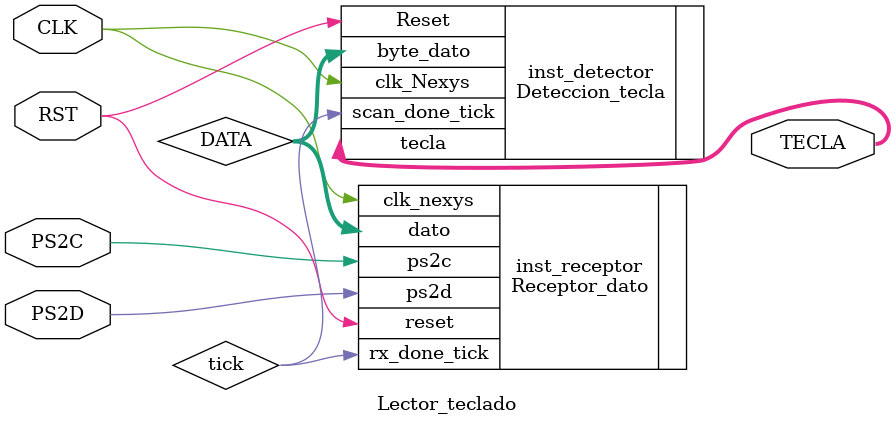
<source format=v>
`timescale 1ns / 1ps
module Lector_teclado(
    input CLK, RST, PS2D, PS2C,
	 output [7:0] TECLA
	 );
	 
	 wire tick;
	 wire START;
	 wire [7:0] DATA;
	 
	 Deteccion_tecla inst_detector(
    .clk_Nexys(CLK), .Reset(RST),
	 .byte_dato(DATA),		 
	 .scan_done_tick(tick),
	 .tecla(TECLA)
	 );
	 
	 Receptor_dato inst_receptor(
    .clk_nexys(CLK), .reset(RST),
	 .ps2d(PS2D), .ps2c(PS2C),
	 .rx_done_tick(tick),
	 .dato(DATA)
	 );


endmodule

</source>
